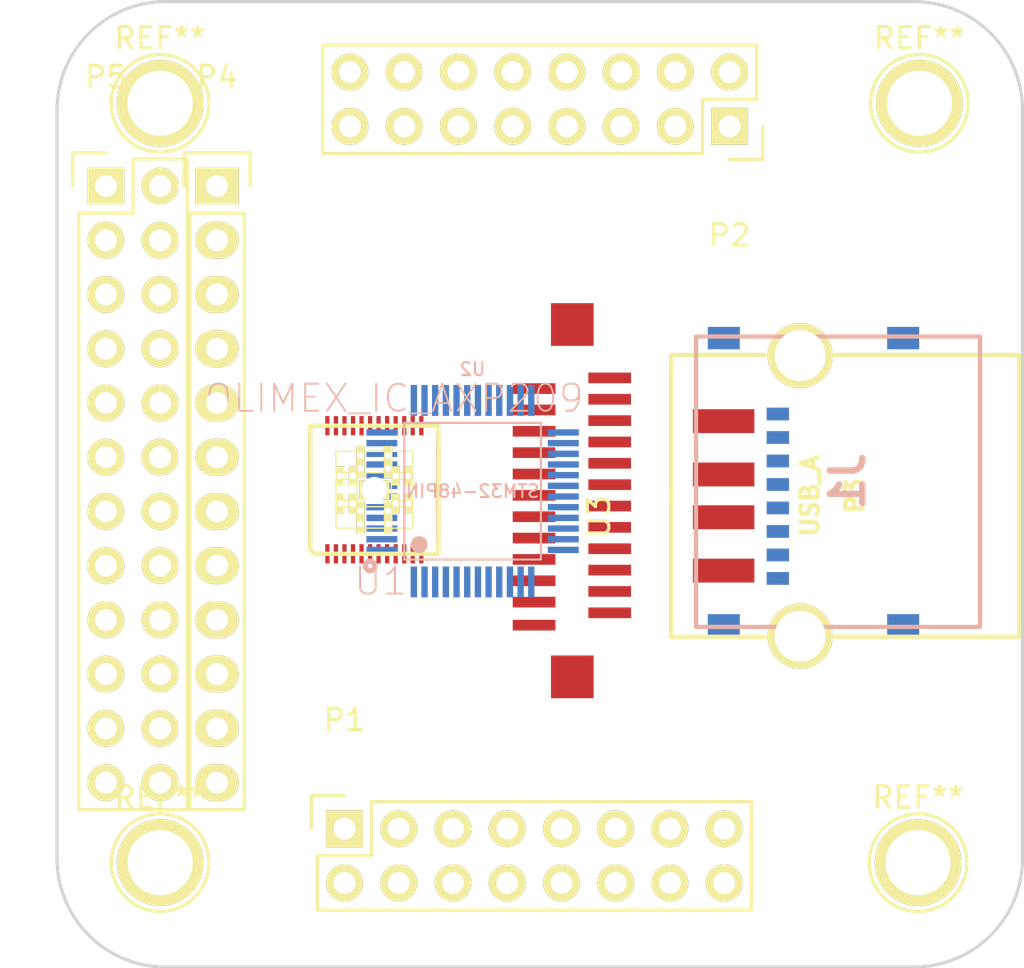
<source format=kicad_pcb>
(kicad_pcb (version 4) (host pcbnew 4.0.0-rc1-stable)

  (general
    (links 1)
    (no_connects 1)
    (area 124.384999 79.172999 169.747001 124.535001)
    (thickness 1.6)
    (drawings 8)
    (tracks 0)
    (zones 0)
    (modules 13)
    (nets 206)
  )

  (page A4)
  (layers
    (0 F.Cu signal)
    (31 B.Cu signal)
    (32 B.Adhes user)
    (33 F.Adhes user)
    (34 B.Paste user)
    (35 F.Paste user)
    (36 B.SilkS user)
    (37 F.SilkS user)
    (38 B.Mask user)
    (39 F.Mask user)
    (40 Dwgs.User user)
    (41 Cmts.User user)
    (42 Eco1.User user)
    (43 Eco2.User user)
    (44 Edge.Cuts user)
    (45 Margin user)
    (46 B.CrtYd user)
    (47 F.CrtYd user)
    (48 B.Fab user)
    (49 F.Fab user)
  )

  (setup
    (last_trace_width 0.25)
    (trace_clearance 0.2)
    (zone_clearance 0.508)
    (zone_45_only no)
    (trace_min 0.2)
    (segment_width 0.2)
    (edge_width 0.15)
    (via_size 0.6)
    (via_drill 0.4)
    (via_min_size 0.4)
    (via_min_drill 0.3)
    (uvia_size 0.3)
    (uvia_drill 0.1)
    (uvias_allowed no)
    (uvia_min_size 0.2)
    (uvia_min_drill 0.1)
    (pcb_text_width 0.3)
    (pcb_text_size 1.5 1.5)
    (mod_edge_width 0.15)
    (mod_text_size 1 1)
    (mod_text_width 0.15)
    (pad_size 1.524 1.524)
    (pad_drill 0.762)
    (pad_to_mask_clearance 0.2)
    (aux_axis_origin 0 0)
    (visible_elements FFFFFF7F)
    (pcbplotparams
      (layerselection 0x00030_80000001)
      (usegerberextensions false)
      (excludeedgelayer true)
      (linewidth 0.100000)
      (plotframeref false)
      (viasonmask false)
      (mode 1)
      (useauxorigin false)
      (hpglpennumber 1)
      (hpglpenspeed 20)
      (hpglpendiameter 15)
      (hpglpenoverlay 2)
      (psnegative false)
      (psa4output false)
      (plotreference true)
      (plotvalue true)
      (plotinvisibletext false)
      (padsonsilk false)
      (subtractmaskfromsilk false)
      (outputformat 1)
      (mirror false)
      (drillshape 1)
      (scaleselection 1)
      (outputdirectory ""))
  )

  (net 0 "")
  (net 1 "Net-(U1-Pad1)")
  (net 2 "Net-(U1-Pad2)")
  (net 3 "Net-(U1-Pad3)")
  (net 4 "Net-(U1-Pad4)")
  (net 5 "Net-(U1-Pad5)")
  (net 6 "Net-(U1-Pad6)")
  (net 7 "Net-(U1-Pad7)")
  (net 8 "Net-(U1-Pad8)")
  (net 9 "Net-(U1-Pad9)")
  (net 10 "Net-(U1-Pad10)")
  (net 11 "Net-(U1-Pad11)")
  (net 12 "Net-(U1-Pad12)")
  (net 13 "Net-(U1-Pad13)")
  (net 14 "Net-(U1-Pad14)")
  (net 15 "Net-(U1-Pad15)")
  (net 16 "Net-(U1-Pad16)")
  (net 17 "Net-(U1-Pad17)")
  (net 18 "Net-(U1-Pad18)")
  (net 19 "Net-(U1-Pad19)")
  (net 20 "Net-(U1-Pad20)")
  (net 21 "Net-(U1-Pad21)")
  (net 22 "Net-(U1-Pad22)")
  (net 23 "Net-(U1-Pad23)")
  (net 24 "Net-(U1-Pad24)")
  (net 25 "Net-(U1-Pad25)")
  (net 26 "Net-(U1-Pad26)")
  (net 27 "Net-(U1-Pad27)")
  (net 28 "Net-(U1-Pad28)")
  (net 29 "Net-(U1-Pad29)")
  (net 30 "Net-(U1-Pad30)")
  (net 31 "Net-(U1-Pad31)")
  (net 32 "Net-(U1-Pad32)")
  (net 33 "Net-(U1-Pad33)")
  (net 34 "Net-(U1-Pad34)")
  (net 35 "Net-(U1-Pad35)")
  (net 36 "Net-(U1-Pad36)")
  (net 37 "Net-(U1-Pad37)")
  (net 38 "Net-(U1-Pad38)")
  (net 39 "Net-(U1-Pad39)")
  (net 40 "Net-(U1-Pad40)")
  (net 41 "Net-(U1-Pad41)")
  (net 42 "Net-(U1-Pad42)")
  (net 43 "Net-(U1-Pad43)")
  (net 44 "Net-(U1-Pad44)")
  (net 45 "Net-(U1-Pad45)")
  (net 46 "Net-(U1-Pad46)")
  (net 47 "Net-(U1-Pad47)")
  (net 48 "Net-(U1-Pad48)")
  (net 49 "Net-(P1-Pad1)")
  (net 50 "Net-(P1-Pad2)")
  (net 51 "Net-(P1-Pad3)")
  (net 52 "Net-(P1-Pad4)")
  (net 53 "Net-(P1-Pad5)")
  (net 54 "Net-(P1-Pad6)")
  (net 55 "Net-(P1-Pad7)")
  (net 56 "Net-(P1-Pad8)")
  (net 57 "Net-(P1-Pad9)")
  (net 58 "Net-(P1-Pad10)")
  (net 59 "Net-(P1-Pad11)")
  (net 60 "Net-(P1-Pad12)")
  (net 61 "Net-(P1-Pad13)")
  (net 62 "Net-(P1-Pad14)")
  (net 63 "Net-(P1-Pad15)")
  (net 64 "Net-(P1-Pad16)")
  (net 65 "Net-(P2-Pad1)")
  (net 66 "Net-(P2-Pad2)")
  (net 67 "Net-(P2-Pad3)")
  (net 68 "Net-(P2-Pad4)")
  (net 69 "Net-(P2-Pad5)")
  (net 70 "Net-(P2-Pad6)")
  (net 71 "Net-(P2-Pad7)")
  (net 72 "Net-(P2-Pad8)")
  (net 73 "Net-(P2-Pad9)")
  (net 74 "Net-(P2-Pad10)")
  (net 75 "Net-(P2-Pad11)")
  (net 76 "Net-(P2-Pad12)")
  (net 77 "Net-(P2-Pad13)")
  (net 78 "Net-(P2-Pad14)")
  (net 79 "Net-(P2-Pad15)")
  (net 80 "Net-(P2-Pad16)")
  (net 81 "Net-(P3-Pad1)")
  (net 82 "Net-(P3-Pad2)")
  (net 83 "Net-(P3-Pad3)")
  (net 84 "Net-(P3-Pad4)")
  (net 85 "Net-(P3-Pad5)")
  (net 86 "Net-(J1-Pad1)")
  (net 87 "Net-(J1-Pad2)")
  (net 88 "Net-(J1-Pad3)")
  (net 89 "Net-(J1-Pad4)")
  (net 90 "Net-(J1-Pad5)")
  (net 91 "Net-(J1-Pad6)")
  (net 92 "Net-(J1-Pad7)")
  (net 93 "Net-(J1-Pad8)")
  (net 94 "Net-(J1-Pad12)")
  (net 95 "Net-(J1-Pad9)")
  (net 96 "Net-(J1-Pad11)")
  (net 97 "Net-(J1-Pad10)")
  (net 98 "Net-(P4-Pad1)")
  (net 99 "Net-(P4-Pad2)")
  (net 100 "Net-(P4-Pad3)")
  (net 101 "Net-(P4-Pad4)")
  (net 102 "Net-(P4-Pad5)")
  (net 103 "Net-(P4-Pad6)")
  (net 104 "Net-(P4-Pad7)")
  (net 105 "Net-(P4-Pad8)")
  (net 106 "Net-(P4-Pad9)")
  (net 107 "Net-(P4-Pad10)")
  (net 108 "Net-(P4-Pad11)")
  (net 109 "Net-(P4-Pad12)")
  (net 110 "Net-(P5-Pad1)")
  (net 111 "Net-(P5-Pad2)")
  (net 112 "Net-(P5-Pad3)")
  (net 113 "Net-(P5-Pad4)")
  (net 114 "Net-(P5-Pad5)")
  (net 115 "Net-(P5-Pad6)")
  (net 116 "Net-(P5-Pad7)")
  (net 117 "Net-(P5-Pad8)")
  (net 118 "Net-(P5-Pad9)")
  (net 119 "Net-(P5-Pad10)")
  (net 120 "Net-(P5-Pad11)")
  (net 121 "Net-(P5-Pad12)")
  (net 122 "Net-(P5-Pad13)")
  (net 123 "Net-(P5-Pad14)")
  (net 124 "Net-(P5-Pad15)")
  (net 125 "Net-(P5-Pad16)")
  (net 126 "Net-(P5-Pad17)")
  (net 127 "Net-(P5-Pad18)")
  (net 128 "Net-(P5-Pad19)")
  (net 129 "Net-(P5-Pad20)")
  (net 130 "Net-(P5-Pad21)")
  (net 131 "Net-(P5-Pad22)")
  (net 132 "Net-(P5-Pad23)")
  (net 133 "Net-(P5-Pad24)")
  (net 134 "Net-(U2-Pad1)")
  (net 135 "Net-(U2-Pad2)")
  (net 136 "Net-(U2-Pad3)")
  (net 137 "Net-(U2-Pad4)")
  (net 138 "Net-(U2-Pad5)")
  (net 139 "Net-(U2-Pad6)")
  (net 140 "Net-(U2-Pad7)")
  (net 141 "Net-(U2-Pad8)")
  (net 142 "Net-(U2-Pad9)")
  (net 143 "Net-(U2-Pad10)")
  (net 144 "Net-(U2-Pad11)")
  (net 145 "Net-(U2-Pad12)")
  (net 146 "Net-(U2-Pad13)")
  (net 147 "Net-(U2-Pad14)")
  (net 148 "Net-(U2-Pad15)")
  (net 149 "Net-(U2-Pad16)")
  (net 150 "Net-(U2-Pad17)")
  (net 151 "Net-(U2-Pad18)")
  (net 152 "Net-(U2-Pad19)")
  (net 153 "Net-(U2-Pad20)")
  (net 154 "Net-(U2-Pad21)")
  (net 155 "Net-(U2-Pad22)")
  (net 156 "Net-(U2-Pad23)")
  (net 157 "Net-(U2-Pad24)")
  (net 158 "Net-(U2-Pad25)")
  (net 159 "Net-(U2-Pad26)")
  (net 160 "Net-(U2-Pad27)")
  (net 161 "Net-(U2-Pad28)")
  (net 162 "Net-(U2-Pad29)")
  (net 163 "Net-(U2-Pad30)")
  (net 164 "Net-(U2-Pad31)")
  (net 165 "Net-(U2-Pad32)")
  (net 166 "Net-(U2-Pad33)")
  (net 167 "Net-(U2-Pad34)")
  (net 168 "Net-(U2-Pad35)")
  (net 169 "Net-(U2-Pad36)")
  (net 170 "Net-(U2-Pad37)")
  (net 171 "Net-(U2-Pad38)")
  (net 172 "Net-(U2-Pad39)")
  (net 173 "Net-(U2-Pad40)")
  (net 174 "Net-(U2-Pad41)")
  (net 175 "Net-(U2-Pad42)")
  (net 176 "Net-(U2-Pad43)")
  (net 177 "Net-(U2-Pad44)")
  (net 178 "Net-(U2-Pad45)")
  (net 179 "Net-(U2-Pad46)")
  (net 180 "Net-(U2-Pad47)")
  (net 181 "Net-(U2-Pad48)")
  (net 182 "Net-(U3-Pad1)")
  (net 183 "Net-(U3-Pad3)")
  (net 184 "Net-(U3-Pad5)")
  (net 185 "Net-(U3-Pad7)")
  (net 186 "Net-(U3-Pad9)")
  (net 187 "Net-(U3-Pad11)")
  (net 188 "Net-(U3-Pad13)")
  (net 189 "Net-(U3-Pad15)")
  (net 190 "Net-(U3-Pad17)")
  (net 191 "Net-(U3-Pad19)")
  (net 192 "Net-(U3-Pad21)")
  (net 193 "Net-(U3-Pad23)")
  (net 194 "Net-(U3-Pad2)")
  (net 195 "Net-(U3-Pad4)")
  (net 196 "Net-(U3-Pad6)")
  (net 197 "Net-(U3-Pad8)")
  (net 198 "Net-(U3-Pad10)")
  (net 199 "Net-(U3-Pad12)")
  (net 200 "Net-(U3-Pad14)")
  (net 201 "Net-(U3-Pad16)")
  (net 202 "Net-(U3-Pad18)")
  (net 203 "Net-(U3-Pad20)")
  (net 204 "Net-(U3-Pad22)")
  (net 205 "Net-(U3-Pad24)")

  (net_class Default "This is the default net class."
    (clearance 0.2)
    (trace_width 0.25)
    (via_dia 0.6)
    (via_drill 0.4)
    (uvia_dia 0.3)
    (uvia_drill 0.1)
    (add_net "Net-(J1-Pad1)")
    (add_net "Net-(J1-Pad10)")
    (add_net "Net-(J1-Pad11)")
    (add_net "Net-(J1-Pad12)")
    (add_net "Net-(J1-Pad2)")
    (add_net "Net-(J1-Pad3)")
    (add_net "Net-(J1-Pad4)")
    (add_net "Net-(J1-Pad5)")
    (add_net "Net-(J1-Pad6)")
    (add_net "Net-(J1-Pad7)")
    (add_net "Net-(J1-Pad8)")
    (add_net "Net-(J1-Pad9)")
    (add_net "Net-(P1-Pad1)")
    (add_net "Net-(P1-Pad10)")
    (add_net "Net-(P1-Pad11)")
    (add_net "Net-(P1-Pad12)")
    (add_net "Net-(P1-Pad13)")
    (add_net "Net-(P1-Pad14)")
    (add_net "Net-(P1-Pad15)")
    (add_net "Net-(P1-Pad16)")
    (add_net "Net-(P1-Pad2)")
    (add_net "Net-(P1-Pad3)")
    (add_net "Net-(P1-Pad4)")
    (add_net "Net-(P1-Pad5)")
    (add_net "Net-(P1-Pad6)")
    (add_net "Net-(P1-Pad7)")
    (add_net "Net-(P1-Pad8)")
    (add_net "Net-(P1-Pad9)")
    (add_net "Net-(P2-Pad1)")
    (add_net "Net-(P2-Pad10)")
    (add_net "Net-(P2-Pad11)")
    (add_net "Net-(P2-Pad12)")
    (add_net "Net-(P2-Pad13)")
    (add_net "Net-(P2-Pad14)")
    (add_net "Net-(P2-Pad15)")
    (add_net "Net-(P2-Pad16)")
    (add_net "Net-(P2-Pad2)")
    (add_net "Net-(P2-Pad3)")
    (add_net "Net-(P2-Pad4)")
    (add_net "Net-(P2-Pad5)")
    (add_net "Net-(P2-Pad6)")
    (add_net "Net-(P2-Pad7)")
    (add_net "Net-(P2-Pad8)")
    (add_net "Net-(P2-Pad9)")
    (add_net "Net-(P3-Pad1)")
    (add_net "Net-(P3-Pad2)")
    (add_net "Net-(P3-Pad3)")
    (add_net "Net-(P3-Pad4)")
    (add_net "Net-(P3-Pad5)")
    (add_net "Net-(P4-Pad1)")
    (add_net "Net-(P4-Pad10)")
    (add_net "Net-(P4-Pad11)")
    (add_net "Net-(P4-Pad12)")
    (add_net "Net-(P4-Pad2)")
    (add_net "Net-(P4-Pad3)")
    (add_net "Net-(P4-Pad4)")
    (add_net "Net-(P4-Pad5)")
    (add_net "Net-(P4-Pad6)")
    (add_net "Net-(P4-Pad7)")
    (add_net "Net-(P4-Pad8)")
    (add_net "Net-(P4-Pad9)")
    (add_net "Net-(P5-Pad1)")
    (add_net "Net-(P5-Pad10)")
    (add_net "Net-(P5-Pad11)")
    (add_net "Net-(P5-Pad12)")
    (add_net "Net-(P5-Pad13)")
    (add_net "Net-(P5-Pad14)")
    (add_net "Net-(P5-Pad15)")
    (add_net "Net-(P5-Pad16)")
    (add_net "Net-(P5-Pad17)")
    (add_net "Net-(P5-Pad18)")
    (add_net "Net-(P5-Pad19)")
    (add_net "Net-(P5-Pad2)")
    (add_net "Net-(P5-Pad20)")
    (add_net "Net-(P5-Pad21)")
    (add_net "Net-(P5-Pad22)")
    (add_net "Net-(P5-Pad23)")
    (add_net "Net-(P5-Pad24)")
    (add_net "Net-(P5-Pad3)")
    (add_net "Net-(P5-Pad4)")
    (add_net "Net-(P5-Pad5)")
    (add_net "Net-(P5-Pad6)")
    (add_net "Net-(P5-Pad7)")
    (add_net "Net-(P5-Pad8)")
    (add_net "Net-(P5-Pad9)")
    (add_net "Net-(U1-Pad1)")
    (add_net "Net-(U1-Pad10)")
    (add_net "Net-(U1-Pad11)")
    (add_net "Net-(U1-Pad12)")
    (add_net "Net-(U1-Pad13)")
    (add_net "Net-(U1-Pad14)")
    (add_net "Net-(U1-Pad15)")
    (add_net "Net-(U1-Pad16)")
    (add_net "Net-(U1-Pad17)")
    (add_net "Net-(U1-Pad18)")
    (add_net "Net-(U1-Pad19)")
    (add_net "Net-(U1-Pad2)")
    (add_net "Net-(U1-Pad20)")
    (add_net "Net-(U1-Pad21)")
    (add_net "Net-(U1-Pad22)")
    (add_net "Net-(U1-Pad23)")
    (add_net "Net-(U1-Pad24)")
    (add_net "Net-(U1-Pad25)")
    (add_net "Net-(U1-Pad26)")
    (add_net "Net-(U1-Pad27)")
    (add_net "Net-(U1-Pad28)")
    (add_net "Net-(U1-Pad29)")
    (add_net "Net-(U1-Pad3)")
    (add_net "Net-(U1-Pad30)")
    (add_net "Net-(U1-Pad31)")
    (add_net "Net-(U1-Pad32)")
    (add_net "Net-(U1-Pad33)")
    (add_net "Net-(U1-Pad34)")
    (add_net "Net-(U1-Pad35)")
    (add_net "Net-(U1-Pad36)")
    (add_net "Net-(U1-Pad37)")
    (add_net "Net-(U1-Pad38)")
    (add_net "Net-(U1-Pad39)")
    (add_net "Net-(U1-Pad4)")
    (add_net "Net-(U1-Pad40)")
    (add_net "Net-(U1-Pad41)")
    (add_net "Net-(U1-Pad42)")
    (add_net "Net-(U1-Pad43)")
    (add_net "Net-(U1-Pad44)")
    (add_net "Net-(U1-Pad45)")
    (add_net "Net-(U1-Pad46)")
    (add_net "Net-(U1-Pad47)")
    (add_net "Net-(U1-Pad48)")
    (add_net "Net-(U1-Pad5)")
    (add_net "Net-(U1-Pad6)")
    (add_net "Net-(U1-Pad7)")
    (add_net "Net-(U1-Pad8)")
    (add_net "Net-(U1-Pad9)")
    (add_net "Net-(U2-Pad1)")
    (add_net "Net-(U2-Pad10)")
    (add_net "Net-(U2-Pad11)")
    (add_net "Net-(U2-Pad12)")
    (add_net "Net-(U2-Pad13)")
    (add_net "Net-(U2-Pad14)")
    (add_net "Net-(U2-Pad15)")
    (add_net "Net-(U2-Pad16)")
    (add_net "Net-(U2-Pad17)")
    (add_net "Net-(U2-Pad18)")
    (add_net "Net-(U2-Pad19)")
    (add_net "Net-(U2-Pad2)")
    (add_net "Net-(U2-Pad20)")
    (add_net "Net-(U2-Pad21)")
    (add_net "Net-(U2-Pad22)")
    (add_net "Net-(U2-Pad23)")
    (add_net "Net-(U2-Pad24)")
    (add_net "Net-(U2-Pad25)")
    (add_net "Net-(U2-Pad26)")
    (add_net "Net-(U2-Pad27)")
    (add_net "Net-(U2-Pad28)")
    (add_net "Net-(U2-Pad29)")
    (add_net "Net-(U2-Pad3)")
    (add_net "Net-(U2-Pad30)")
    (add_net "Net-(U2-Pad31)")
    (add_net "Net-(U2-Pad32)")
    (add_net "Net-(U2-Pad33)")
    (add_net "Net-(U2-Pad34)")
    (add_net "Net-(U2-Pad35)")
    (add_net "Net-(U2-Pad36)")
    (add_net "Net-(U2-Pad37)")
    (add_net "Net-(U2-Pad38)")
    (add_net "Net-(U2-Pad39)")
    (add_net "Net-(U2-Pad4)")
    (add_net "Net-(U2-Pad40)")
    (add_net "Net-(U2-Pad41)")
    (add_net "Net-(U2-Pad42)")
    (add_net "Net-(U2-Pad43)")
    (add_net "Net-(U2-Pad44)")
    (add_net "Net-(U2-Pad45)")
    (add_net "Net-(U2-Pad46)")
    (add_net "Net-(U2-Pad47)")
    (add_net "Net-(U2-Pad48)")
    (add_net "Net-(U2-Pad5)")
    (add_net "Net-(U2-Pad6)")
    (add_net "Net-(U2-Pad7)")
    (add_net "Net-(U2-Pad8)")
    (add_net "Net-(U2-Pad9)")
    (add_net "Net-(U3-Pad1)")
    (add_net "Net-(U3-Pad10)")
    (add_net "Net-(U3-Pad11)")
    (add_net "Net-(U3-Pad12)")
    (add_net "Net-(U3-Pad13)")
    (add_net "Net-(U3-Pad14)")
    (add_net "Net-(U3-Pad15)")
    (add_net "Net-(U3-Pad16)")
    (add_net "Net-(U3-Pad17)")
    (add_net "Net-(U3-Pad18)")
    (add_net "Net-(U3-Pad19)")
    (add_net "Net-(U3-Pad2)")
    (add_net "Net-(U3-Pad20)")
    (add_net "Net-(U3-Pad21)")
    (add_net "Net-(U3-Pad22)")
    (add_net "Net-(U3-Pad23)")
    (add_net "Net-(U3-Pad24)")
    (add_net "Net-(U3-Pad3)")
    (add_net "Net-(U3-Pad4)")
    (add_net "Net-(U3-Pad5)")
    (add_net "Net-(U3-Pad6)")
    (add_net "Net-(U3-Pad7)")
    (add_net "Net-(U3-Pad8)")
    (add_net "Net-(U3-Pad9)")
  )

  (module Pin_Headers:Pin_Header_Straight_2x12 (layer F.Cu) (tedit 0) (tstamp 562C6237)
    (at 126.746 87.884)
    (descr "Through hole pin header")
    (tags "pin header")
    (path /562C6235)
    (fp_text reference P5 (at 0 -5.1) (layer F.SilkS)
      (effects (font (size 1 1) (thickness 0.15)))
    )
    (fp_text value CONN_02X12 (at 0 -3.1) (layer F.Fab)
      (effects (font (size 1 1) (thickness 0.15)))
    )
    (fp_line (start -1.75 -1.75) (end -1.75 29.7) (layer F.CrtYd) (width 0.05))
    (fp_line (start 4.3 -1.75) (end 4.3 29.7) (layer F.CrtYd) (width 0.05))
    (fp_line (start -1.75 -1.75) (end 4.3 -1.75) (layer F.CrtYd) (width 0.05))
    (fp_line (start -1.75 29.7) (end 4.3 29.7) (layer F.CrtYd) (width 0.05))
    (fp_line (start 3.81 29.21) (end 3.81 -1.27) (layer F.SilkS) (width 0.15))
    (fp_line (start -1.27 1.27) (end -1.27 29.21) (layer F.SilkS) (width 0.15))
    (fp_line (start 3.81 29.21) (end -1.27 29.21) (layer F.SilkS) (width 0.15))
    (fp_line (start 3.81 -1.27) (end 1.27 -1.27) (layer F.SilkS) (width 0.15))
    (fp_line (start 0 -1.55) (end -1.55 -1.55) (layer F.SilkS) (width 0.15))
    (fp_line (start 1.27 -1.27) (end 1.27 1.27) (layer F.SilkS) (width 0.15))
    (fp_line (start 1.27 1.27) (end -1.27 1.27) (layer F.SilkS) (width 0.15))
    (fp_line (start -1.55 -1.55) (end -1.55 0) (layer F.SilkS) (width 0.15))
    (pad 1 thru_hole rect (at 0 0) (size 1.7272 1.7272) (drill 1.016) (layers *.Cu *.Mask F.SilkS)
      (net 110 "Net-(P5-Pad1)"))
    (pad 2 thru_hole oval (at 2.54 0) (size 1.7272 1.7272) (drill 1.016) (layers *.Cu *.Mask F.SilkS)
      (net 111 "Net-(P5-Pad2)"))
    (pad 3 thru_hole oval (at 0 2.54) (size 1.7272 1.7272) (drill 1.016) (layers *.Cu *.Mask F.SilkS)
      (net 112 "Net-(P5-Pad3)"))
    (pad 4 thru_hole oval (at 2.54 2.54) (size 1.7272 1.7272) (drill 1.016) (layers *.Cu *.Mask F.SilkS)
      (net 113 "Net-(P5-Pad4)"))
    (pad 5 thru_hole oval (at 0 5.08) (size 1.7272 1.7272) (drill 1.016) (layers *.Cu *.Mask F.SilkS)
      (net 114 "Net-(P5-Pad5)"))
    (pad 6 thru_hole oval (at 2.54 5.08) (size 1.7272 1.7272) (drill 1.016) (layers *.Cu *.Mask F.SilkS)
      (net 115 "Net-(P5-Pad6)"))
    (pad 7 thru_hole oval (at 0 7.62) (size 1.7272 1.7272) (drill 1.016) (layers *.Cu *.Mask F.SilkS)
      (net 116 "Net-(P5-Pad7)"))
    (pad 8 thru_hole oval (at 2.54 7.62) (size 1.7272 1.7272) (drill 1.016) (layers *.Cu *.Mask F.SilkS)
      (net 117 "Net-(P5-Pad8)"))
    (pad 9 thru_hole oval (at 0 10.16) (size 1.7272 1.7272) (drill 1.016) (layers *.Cu *.Mask F.SilkS)
      (net 118 "Net-(P5-Pad9)"))
    (pad 10 thru_hole oval (at 2.54 10.16) (size 1.7272 1.7272) (drill 1.016) (layers *.Cu *.Mask F.SilkS)
      (net 119 "Net-(P5-Pad10)"))
    (pad 11 thru_hole oval (at 0 12.7) (size 1.7272 1.7272) (drill 1.016) (layers *.Cu *.Mask F.SilkS)
      (net 120 "Net-(P5-Pad11)"))
    (pad 12 thru_hole oval (at 2.54 12.7) (size 1.7272 1.7272) (drill 1.016) (layers *.Cu *.Mask F.SilkS)
      (net 121 "Net-(P5-Pad12)"))
    (pad 13 thru_hole oval (at 0 15.24) (size 1.7272 1.7272) (drill 1.016) (layers *.Cu *.Mask F.SilkS)
      (net 122 "Net-(P5-Pad13)"))
    (pad 14 thru_hole oval (at 2.54 15.24) (size 1.7272 1.7272) (drill 1.016) (layers *.Cu *.Mask F.SilkS)
      (net 123 "Net-(P5-Pad14)"))
    (pad 15 thru_hole oval (at 0 17.78) (size 1.7272 1.7272) (drill 1.016) (layers *.Cu *.Mask F.SilkS)
      (net 124 "Net-(P5-Pad15)"))
    (pad 16 thru_hole oval (at 2.54 17.78) (size 1.7272 1.7272) (drill 1.016) (layers *.Cu *.Mask F.SilkS)
      (net 125 "Net-(P5-Pad16)"))
    (pad 17 thru_hole oval (at 0 20.32) (size 1.7272 1.7272) (drill 1.016) (layers *.Cu *.Mask F.SilkS)
      (net 126 "Net-(P5-Pad17)"))
    (pad 18 thru_hole oval (at 2.54 20.32) (size 1.7272 1.7272) (drill 1.016) (layers *.Cu *.Mask F.SilkS)
      (net 127 "Net-(P5-Pad18)"))
    (pad 19 thru_hole oval (at 0 22.86) (size 1.7272 1.7272) (drill 1.016) (layers *.Cu *.Mask F.SilkS)
      (net 128 "Net-(P5-Pad19)"))
    (pad 20 thru_hole oval (at 2.54 22.86) (size 1.7272 1.7272) (drill 1.016) (layers *.Cu *.Mask F.SilkS)
      (net 129 "Net-(P5-Pad20)"))
    (pad 21 thru_hole oval (at 0 25.4) (size 1.7272 1.7272) (drill 1.016) (layers *.Cu *.Mask F.SilkS)
      (net 130 "Net-(P5-Pad21)"))
    (pad 22 thru_hole oval (at 2.54 25.4) (size 1.7272 1.7272) (drill 1.016) (layers *.Cu *.Mask F.SilkS)
      (net 131 "Net-(P5-Pad22)"))
    (pad 23 thru_hole oval (at 0 27.94) (size 1.7272 1.7272) (drill 1.016) (layers *.Cu *.Mask F.SilkS)
      (net 132 "Net-(P5-Pad23)"))
    (pad 24 thru_hole oval (at 2.54 27.94) (size 1.7272 1.7272) (drill 1.016) (layers *.Cu *.Mask F.SilkS)
      (net 133 "Net-(P5-Pad24)"))
    (model Pin_Headers.3dshapes/Pin_Header_Straight_2x12.wrl
      (at (xyz 0.05 -0.55 0))
      (scale (xyz 1 1 1))
      (rotate (xyz 0 0 90))
    )
  )

  (module Connect:1pin (layer F.Cu) (tedit 0) (tstamp 562C551D)
    (at 129.286 119.5705)
    (descr "module 1 pin (ou trou mecanique de percage)")
    (tags DEV)
    (fp_text reference REF** (at 0 -3.048) (layer F.SilkS)
      (effects (font (size 1 1) (thickness 0.15)))
    )
    (fp_text value 1pin (at 0 2.794) (layer F.Fab)
      (effects (font (size 1 1) (thickness 0.15)))
    )
    (fp_circle (center 0 0) (end 0 -2.286) (layer F.SilkS) (width 0.15))
    (pad 1 thru_hole circle (at 0 0) (size 4.064 4.064) (drill 3.048) (layers *.Cu *.Mask F.SilkS))
  )

  (module ax209:ax209-OLIMEX_IC_QFN48 (layer F.Cu) (tedit 200000) (tstamp 562BA4A0)
    (at 139.319 102.108)
    (path /562BA3CE)
    (attr smd)
    (fp_text reference U1 (at 0.29972 4.2799) (layer B.SilkS)
      (effects (font (size 1.27 1.27) (thickness 0.0889)))
    )
    (fp_text value OLIMEX_IC_AXP209 (at 0.93472 -4.2799) (layer B.SilkS)
      (effects (font (size 1.27 1.27) (thickness 0.0889)))
    )
    (fp_line (start -1.79832 0.49784) (end -0.79756 0.49784) (layer F.SilkS) (width 0.06604))
    (fp_line (start -0.79756 0.49784) (end -0.79756 -0.49784) (layer F.SilkS) (width 0.06604))
    (fp_line (start -1.79832 -0.49784) (end -0.79756 -0.49784) (layer F.SilkS) (width 0.06604))
    (fp_line (start -1.79832 0.49784) (end -1.79832 -0.49784) (layer F.SilkS) (width 0.06604))
    (fp_line (start -0.49784 1.79832) (end 0.49784 1.79832) (layer F.SilkS) (width 0.06604))
    (fp_line (start 0.49784 1.79832) (end 0.49784 0.79756) (layer F.SilkS) (width 0.06604))
    (fp_line (start -0.49784 0.79756) (end 0.49784 0.79756) (layer F.SilkS) (width 0.06604))
    (fp_line (start -0.49784 1.79832) (end -0.49784 0.79756) (layer F.SilkS) (width 0.06604))
    (fp_line (start -1.79832 1.79832) (end -0.79756 1.79832) (layer F.SilkS) (width 0.06604))
    (fp_line (start -0.79756 1.79832) (end -0.79756 0.79756) (layer F.SilkS) (width 0.06604))
    (fp_line (start -1.79832 0.79756) (end -0.79756 0.79756) (layer F.SilkS) (width 0.06604))
    (fp_line (start -1.79832 1.79832) (end -1.79832 0.79756) (layer F.SilkS) (width 0.06604))
    (fp_line (start 0.79756 1.79832) (end 1.79832 1.79832) (layer F.SilkS) (width 0.06604))
    (fp_line (start 1.79832 1.79832) (end 1.79832 0.79756) (layer F.SilkS) (width 0.06604))
    (fp_line (start 0.79756 0.79756) (end 1.79832 0.79756) (layer F.SilkS) (width 0.06604))
    (fp_line (start 0.79756 1.79832) (end 0.79756 0.79756) (layer F.SilkS) (width 0.06604))
    (fp_line (start 0.79756 0.49784) (end 1.79832 0.49784) (layer F.SilkS) (width 0.06604))
    (fp_line (start 1.79832 0.49784) (end 1.79832 -0.49784) (layer F.SilkS) (width 0.06604))
    (fp_line (start 0.79756 -0.49784) (end 1.79832 -0.49784) (layer F.SilkS) (width 0.06604))
    (fp_line (start 0.79756 0.49784) (end 0.79756 -0.49784) (layer F.SilkS) (width 0.06604))
    (fp_line (start -1.79832 -0.79756) (end -0.79756 -0.79756) (layer F.SilkS) (width 0.06604))
    (fp_line (start -0.79756 -0.79756) (end -0.79756 -1.79832) (layer F.SilkS) (width 0.06604))
    (fp_line (start -1.79832 -1.79832) (end -0.79756 -1.79832) (layer F.SilkS) (width 0.06604))
    (fp_line (start -1.79832 -0.79756) (end -1.79832 -1.79832) (layer F.SilkS) (width 0.06604))
    (fp_line (start -0.49784 -0.79756) (end 0.49784 -0.79756) (layer F.SilkS) (width 0.06604))
    (fp_line (start 0.49784 -0.79756) (end 0.49784 -1.79832) (layer F.SilkS) (width 0.06604))
    (fp_line (start -0.49784 -1.79832) (end 0.49784 -1.79832) (layer F.SilkS) (width 0.06604))
    (fp_line (start -0.49784 -0.79756) (end -0.49784 -1.79832) (layer F.SilkS) (width 0.06604))
    (fp_line (start 0.79756 -0.79756) (end 1.79832 -0.79756) (layer F.SilkS) (width 0.06604))
    (fp_line (start 1.79832 -0.79756) (end 1.79832 -1.79832) (layer F.SilkS) (width 0.06604))
    (fp_line (start 0.79756 -1.79832) (end 1.79832 -1.79832) (layer F.SilkS) (width 0.06604))
    (fp_line (start 0.79756 -0.79756) (end 0.79756 -1.79832) (layer F.SilkS) (width 0.06604))
    (fp_line (start -2.99974 -2.99974) (end -2.52476 -2.99974) (layer F.SilkS) (width 0.2032))
    (fp_line (start -2.52476 -2.99974) (end 2.52476 -2.99974) (layer F.SilkS) (width 0.2032))
    (fp_line (start 2.52476 -2.99974) (end 2.99974 -2.99974) (layer F.SilkS) (width 0.2032))
    (fp_line (start 2.99974 -2.99974) (end 2.99974 -2.52476) (layer F.SilkS) (width 0.2032))
    (fp_line (start 2.99974 -2.52476) (end 2.99974 2.52476) (layer F.SilkS) (width 0.2032))
    (fp_line (start 2.99974 2.52476) (end 2.99974 2.99974) (layer F.SilkS) (width 0.2032))
    (fp_line (start 2.99974 2.99974) (end 2.52476 2.99974) (layer F.SilkS) (width 0.2032))
    (fp_line (start 2.52476 2.99974) (end -2.52476 2.99974) (layer F.SilkS) (width 0.2032))
    (fp_line (start -2.52476 2.99974) (end -2.79908 2.99974) (layer F.SilkS) (width 0.2032))
    (fp_line (start -2.79908 2.99974) (end -2.99974 2.79908) (layer F.SilkS) (width 0.2032))
    (fp_line (start -2.99974 2.79908) (end -2.99974 2.52476) (layer F.SilkS) (width 0.2032))
    (fp_line (start -2.99974 2.52476) (end -2.99974 -2.52476) (layer F.SilkS) (width 0.2032))
    (fp_line (start -2.99974 -2.52476) (end -2.99974 -2.99974) (layer F.SilkS) (width 0.2032))
    (pad 1 smd rect (at -2.19964 2.99974) (size 0.19812 0.89916) (layers F.Cu F.Paste F.Mask)
      (net 1 "Net-(U1-Pad1)"))
    (pad 2 smd rect (at -1.79832 2.99974) (size 0.19812 0.89916) (layers F.Cu F.Paste F.Mask)
      (net 2 "Net-(U1-Pad2)"))
    (pad 3 smd rect (at -1.39954 2.99974) (size 0.19812 0.89916) (layers F.Cu F.Paste F.Mask)
      (net 3 "Net-(U1-Pad3)"))
    (pad 4 smd rect (at -0.99822 2.99974) (size 0.19812 0.89916) (layers F.Cu F.Paste F.Mask)
      (net 4 "Net-(U1-Pad4)"))
    (pad 5 smd rect (at -0.59944 2.99974) (size 0.19812 0.89916) (layers F.Cu F.Paste F.Mask)
      (net 5 "Net-(U1-Pad5)"))
    (pad 6 smd rect (at -0.19812 2.99974) (size 0.19812 0.89916) (layers F.Cu F.Paste F.Mask)
      (net 6 "Net-(U1-Pad6)"))
    (pad 7 smd rect (at 0.19812 2.99974) (size 0.19812 0.89916) (layers F.Cu F.Paste F.Mask)
      (net 7 "Net-(U1-Pad7)"))
    (pad 8 smd rect (at 0.59944 2.99974) (size 0.19812 0.89916) (layers F.Cu F.Paste F.Mask)
      (net 8 "Net-(U1-Pad8)"))
    (pad 9 smd rect (at 0.99822 2.99974) (size 0.19812 0.89916) (layers F.Cu F.Paste F.Mask)
      (net 9 "Net-(U1-Pad9)"))
    (pad 10 smd rect (at 1.39954 2.99974) (size 0.19812 0.89916) (layers F.Cu F.Paste F.Mask)
      (net 10 "Net-(U1-Pad10)"))
    (pad 11 smd rect (at 1.79832 2.99974) (size 0.19812 0.89916) (layers F.Cu F.Paste F.Mask)
      (net 11 "Net-(U1-Pad11)"))
    (pad 12 smd rect (at 2.19964 2.99974) (size 0.19812 0.89916) (layers F.Cu F.Paste F.Mask)
      (net 12 "Net-(U1-Pad12)"))
    (pad 13 smd rect (at 2.99974 2.19964) (size 0.19812 0.89916) (layers F.Cu F.Paste F.Mask)
      (net 13 "Net-(U1-Pad13)"))
    (pad 14 smd rect (at 2.99974 1.79832) (size 0.19812 0.89916) (layers F.Cu F.Paste F.Mask)
      (net 14 "Net-(U1-Pad14)"))
    (pad 15 smd rect (at 2.99974 1.39954) (size 0.19812 0.89916) (layers F.Cu F.Paste F.Mask)
      (net 15 "Net-(U1-Pad15)"))
    (pad 16 smd rect (at 2.99974 0.99822) (size 0.19812 0.89916) (layers F.Cu F.Paste F.Mask)
      (net 16 "Net-(U1-Pad16)"))
    (pad 17 smd rect (at 2.99974 0.59944) (size 0.19812 0.89916) (layers F.Cu F.Paste F.Mask)
      (net 17 "Net-(U1-Pad17)"))
    (pad 18 smd rect (at 2.99974 0.19812) (size 0.19812 0.89916) (layers F.Cu F.Paste F.Mask)
      (net 18 "Net-(U1-Pad18)"))
    (pad 19 smd rect (at 2.99974 -0.19812) (size 0.19812 0.89916) (layers F.Cu F.Paste F.Mask)
      (net 19 "Net-(U1-Pad19)"))
    (pad 20 smd rect (at 2.99974 -0.59944) (size 0.19812 0.89916) (layers F.Cu F.Paste F.Mask)
      (net 20 "Net-(U1-Pad20)"))
    (pad 21 smd rect (at 2.99974 -0.99822) (size 0.19812 0.89916) (layers F.Cu F.Paste F.Mask)
      (net 21 "Net-(U1-Pad21)"))
    (pad 22 smd rect (at 2.99974 -1.39954) (size 0.19812 0.89916) (layers F.Cu F.Paste F.Mask)
      (net 22 "Net-(U1-Pad22)"))
    (pad 23 smd rect (at 2.99974 -1.79832) (size 0.19812 0.89916) (layers F.Cu F.Paste F.Mask)
      (net 23 "Net-(U1-Pad23)"))
    (pad 24 smd rect (at 2.99974 -2.19964) (size 0.19812 0.89916) (layers F.Cu F.Paste F.Mask)
      (net 24 "Net-(U1-Pad24)"))
    (pad 25 smd rect (at 2.19964 -2.99974) (size 0.19812 0.89916) (layers F.Cu F.Paste F.Mask)
      (net 25 "Net-(U1-Pad25)"))
    (pad 26 smd rect (at 1.79832 -2.99974) (size 0.19812 0.89916) (layers F.Cu F.Paste F.Mask)
      (net 26 "Net-(U1-Pad26)"))
    (pad 27 smd rect (at 1.39954 -2.99974) (size 0.19812 0.89916) (layers F.Cu F.Paste F.Mask)
      (net 27 "Net-(U1-Pad27)"))
    (pad 28 smd rect (at 0.99822 -2.99974) (size 0.19812 0.89916) (layers F.Cu F.Paste F.Mask)
      (net 28 "Net-(U1-Pad28)"))
    (pad 29 smd rect (at 0.59944 -2.99974) (size 0.19812 0.89916) (layers F.Cu F.Paste F.Mask)
      (net 29 "Net-(U1-Pad29)"))
    (pad 30 smd rect (at 0.19812 -2.99974) (size 0.19812 0.89916) (layers F.Cu F.Paste F.Mask)
      (net 30 "Net-(U1-Pad30)"))
    (pad 31 smd rect (at -0.19812 -2.99974) (size 0.19812 0.89916) (layers F.Cu F.Paste F.Mask)
      (net 31 "Net-(U1-Pad31)"))
    (pad 32 smd rect (at -0.59944 -2.99974) (size 0.19812 0.89916) (layers F.Cu F.Paste F.Mask)
      (net 32 "Net-(U1-Pad32)"))
    (pad 33 smd rect (at -0.99822 -2.99974) (size 0.19812 0.89916) (layers F.Cu F.Paste F.Mask)
      (net 33 "Net-(U1-Pad33)"))
    (pad 34 smd rect (at -1.39954 -2.99974) (size 0.19812 0.89916) (layers F.Cu F.Paste F.Mask)
      (net 34 "Net-(U1-Pad34)"))
    (pad 35 smd rect (at -1.79832 -2.99974) (size 0.19812 0.89916) (layers F.Cu F.Paste F.Mask)
      (net 35 "Net-(U1-Pad35)"))
    (pad 36 smd rect (at -2.19964 -2.99974) (size 0.19812 0.89916) (layers F.Cu F.Paste F.Mask)
      (net 36 "Net-(U1-Pad36)"))
    (pad 37 smd rect (at -2.99974 -2.19964) (size 0.19812 0.89916) (layers F.Cu F.Paste F.Mask)
      (net 37 "Net-(U1-Pad37)"))
    (pad 38 smd rect (at -2.99974 -1.79832) (size 0.19812 0.89916) (layers F.Cu F.Paste F.Mask)
      (net 38 "Net-(U1-Pad38)"))
    (pad 39 smd rect (at -2.99974 -1.39954) (size 0.19812 0.89916) (layers F.Cu F.Paste F.Mask)
      (net 39 "Net-(U1-Pad39)"))
    (pad 40 smd rect (at -2.99974 -0.99822) (size 0.19812 0.89916) (layers F.Cu F.Paste F.Mask)
      (net 40 "Net-(U1-Pad40)"))
    (pad 41 smd rect (at -2.99974 -0.59944) (size 0.19812 0.89916) (layers F.Cu F.Paste F.Mask)
      (net 41 "Net-(U1-Pad41)"))
    (pad 42 smd rect (at -2.99974 -0.19812) (size 0.19812 0.89916) (layers F.Cu F.Paste F.Mask)
      (net 42 "Net-(U1-Pad42)"))
    (pad 43 smd rect (at -2.99974 0.19812) (size 0.19812 0.89916) (layers F.Cu F.Paste F.Mask)
      (net 43 "Net-(U1-Pad43)"))
    (pad 44 smd rect (at -2.99974 0.59944) (size 0.19812 0.89916) (layers F.Cu F.Paste F.Mask)
      (net 44 "Net-(U1-Pad44)"))
    (pad 45 smd rect (at -2.99974 0.99822) (size 0.19812 0.89916) (layers F.Cu F.Paste F.Mask)
      (net 45 "Net-(U1-Pad45)"))
    (pad 46 smd rect (at -2.99974 1.39954) (size 0.19812 0.89916) (layers F.Cu F.Paste F.Mask)
      (net 46 "Net-(U1-Pad46)"))
    (pad 47 smd rect (at -2.99974 1.79832) (size 0.19812 0.89916) (layers F.Cu F.Paste F.Mask)
      (net 47 "Net-(U1-Pad47)"))
    (pad 48 smd rect (at -2.99974 2.19964) (size 0.19812 0.89916) (layers F.Cu F.Paste F.Mask)
      (net 48 "Net-(U1-Pad48)"))
    (pad N1 thru_hole rect (at 0 0) (size 1.4224 0.89916) (drill 1.19888) (layers *.Cu F.Paste F.SilkS F.Mask))
    (pad N2 thru_hole rect (at -1.59766 -0.6477) (size 0.39878 0.89916) (drill 0.29972) (layers *.Cu F.Paste F.SilkS F.Mask))
    (pad N3 thru_hole rect (at -0.99822 -0.6477) (size 0.39878 0.89916) (drill 0.29972) (layers *.Cu F.Paste F.SilkS F.Mask))
    (pad N4 thru_hole rect (at -1.59766 0.6477) (size 0.39878 0.89916) (drill 0.29972) (layers *.Cu F.Paste F.SilkS F.Mask))
    (pad N5 thru_hole rect (at -0.99822 0.6477) (size 0.39878 0.89916) (drill 0.29972) (layers *.Cu F.Paste F.SilkS F.Mask))
    (pad N6 thru_hole rect (at -0.6477 1.59766) (size 0.39878 0.89916) (drill 0.29972) (layers *.Cu F.Paste F.SilkS F.Mask))
    (pad N7 thru_hole rect (at -0.6477 0.99822) (size 0.39878 0.89916) (drill 0.29972) (layers *.Cu F.Paste F.SilkS F.Mask))
    (pad N8 thru_hole rect (at 0.6477 1.59766) (size 0.39878 0.89916) (drill 0.29972) (layers *.Cu F.Paste F.SilkS F.Mask))
    (pad N9 thru_hole rect (at 0.6477 0.99822) (size 0.39878 0.89916) (drill 0.29972) (layers *.Cu F.Paste F.SilkS F.Mask))
    (pad N10 thru_hole rect (at 1.59766 0.6477) (size 0.39878 0.89916) (drill 0.29972) (layers *.Cu F.Paste F.SilkS F.Mask))
    (pad N11 thru_hole rect (at 0.99822 0.6477) (size 0.39878 0.89916) (drill 0.29972) (layers *.Cu F.Paste F.SilkS F.Mask))
    (pad N12 thru_hole rect (at 1.59766 -0.6477) (size 0.39878 0.89916) (drill 0.29972) (layers *.Cu F.Paste F.SilkS F.Mask))
    (pad N13 thru_hole rect (at 0.99822 -0.6477) (size 0.39878 0.89916) (drill 0.29972) (layers *.Cu F.Paste F.SilkS F.Mask))
    (pad N14 thru_hole rect (at 0.6477 -1.59766) (size 0.39878 0.89916) (drill 0.29972) (layers *.Cu F.Paste F.SilkS F.Mask))
    (pad N15 thru_hole rect (at 0.6477 -0.99822) (size 0.39878 0.89916) (drill 0.29972) (layers *.Cu F.Paste F.SilkS F.Mask))
    (pad N16 thru_hole rect (at -0.6477 -1.59766) (size 0.39878 0.89916) (drill 0.29972) (layers *.Cu F.Paste F.SilkS F.Mask))
    (pad N17 thru_hole rect (at -0.6477 -0.99822) (size 0.39878 0.89916) (drill 0.29972) (layers *.Cu F.Paste F.SilkS F.Mask))
  )

  (module opendous:USB-A-Receptacle-FCI_87583 (layer F.Cu) (tedit 4DDD2C09) (tstamp 562BA6B5)
    (at 157.11678 102.39502 90)
    (path /562BA65E)
    (fp_text reference P3 (at 0 4.699 90) (layer F.SilkS)
      (effects (font (size 0.8128 0.8128) (thickness 0.2032)))
    )
    (fp_text value USB_A (at 0 2.60096 90) (layer F.SilkS)
      (effects (font (size 0.8128 0.8128) (thickness 0.2032)))
    )
    (fp_line (start 6.59892 12.40028) (end -6.59892 12.40028) (layer F.SilkS) (width 0.2032))
    (fp_line (start 6.59892 2.10058) (end 6.59892 12.40028) (layer F.SilkS) (width 0.2032))
    (fp_line (start -6.59892 2.10058) (end -6.59892 12.40028) (layer F.SilkS) (width 0.2032))
    (fp_line (start -6.59892 -3.8989) (end -6.59892 0.50038) (layer F.SilkS) (width 0.2032))
    (fp_line (start 6.59892 -3.8989) (end 6.59892 0.50038) (layer F.SilkS) (width 0.2032))
    (fp_line (start 0 -3.8989) (end 6.59892 -3.8989) (layer F.SilkS) (width 0.2032))
    (fp_line (start 0 -3.8989) (end -6.59892 -3.8989) (layer F.SilkS) (width 0.2032))
    (pad 1 smd rect (at -3.50012 -1.44018 90) (size 1.12014 2.88036) (layers F.Cu F.Paste F.Mask)
      (net 81 "Net-(P3-Pad1)"))
    (pad 2 smd rect (at -1.00076 -1.44018 90) (size 1.12014 2.88036) (layers F.Cu F.Paste F.Mask)
      (net 82 "Net-(P3-Pad2)"))
    (pad 3 smd rect (at 1.00076 -1.44018 90) (size 1.12014 2.88036) (layers F.Cu F.Paste F.Mask)
      (net 83 "Net-(P3-Pad3)"))
    (pad 4 smd rect (at 3.50012 -1.44018 90) (size 1.12014 2.88036) (layers F.Cu F.Paste F.Mask)
      (net 84 "Net-(P3-Pad4)"))
    (pad 5 thru_hole circle (at -6.57098 2.14122 90) (size 3.048 3.048) (drill 2.3876) (layers *.Cu *.Mask F.SilkS)
      (net 85 "Net-(P3-Pad5)"))
    (pad 5 thru_hole circle (at 6.57098 2.14122 90) (size 3.048 3.048) (drill 2.3876) (layers *.Cu *.Mask F.SilkS)
      (net 85 "Net-(P3-Pad5)"))
  )

  (module armory:MICRO_SD_HINGE_AMP (layer B.Cu) (tedit 540D799B) (tstamp 562BABD4)
    (at 167.68318 101.73208 90)
    (path /562BAACC)
    (attr smd)
    (fp_text reference J1 (at 0.01524 -6.20268 90) (layer B.SilkS)
      (effects (font (thickness 0.3048)) (justify mirror))
    )
    (fp_text value MICRO_SD_HINGE (at -0.01524 -8.01116 90) (layer B.SilkS) hide
      (effects (font (size 1 1) (thickness 0.25)) (justify mirror))
    )
    (fp_line (start 6.79958 0) (end 6.79958 -13.29944) (layer B.SilkS) (width 0.20066))
    (fp_line (start 6.79958 -13.29944) (end -6.79958 -13.29944) (layer B.SilkS) (width 0.20066))
    (fp_line (start -6.79958 -13.29944) (end -6.79958 0) (layer B.SilkS) (width 0.20066))
    (fp_line (start -6.79958 0) (end 6.79958 0) (layer B.SilkS) (width 0.20066))
    (pad 1 smd rect (at 3.16992 -9.46912 90) (size 0.59944 1.04902) (layers B.Cu B.Paste B.Mask)
      (net 86 "Net-(J1-Pad1)"))
    (pad 2 smd rect (at 2.0701 -9.46912 90) (size 0.59944 1.04902) (layers B.Cu B.Paste B.Mask)
      (net 87 "Net-(J1-Pad2)"))
    (pad 3 smd rect (at 0.97028 -9.46912 90) (size 0.59944 1.04902) (layers B.Cu B.Paste B.Mask)
      (net 88 "Net-(J1-Pad3)"))
    (pad 4 smd rect (at -0.12954 -9.46912 90) (size 0.59944 1.04902) (layers B.Cu B.Paste B.Mask)
      (net 89 "Net-(J1-Pad4)"))
    (pad 5 smd rect (at -1.22936 -9.46912 90) (size 0.59944 1.04902) (layers B.Cu B.Paste B.Mask)
      (net 90 "Net-(J1-Pad5)"))
    (pad 6 smd rect (at -2.32918 -9.46912 90) (size 0.59944 1.04902) (layers B.Cu B.Paste B.Mask)
      (net 91 "Net-(J1-Pad6)"))
    (pad 7 smd rect (at -3.429 -9.46912 90) (size 0.59944 1.04902) (layers B.Cu B.Paste B.Mask)
      (net 92 "Net-(J1-Pad7)"))
    (pad 8 smd rect (at -4.52882 -9.46912 90) (size 0.59944 1.04902) (layers B.Cu B.Paste B.Mask)
      (net 93 "Net-(J1-Pad8)"))
    (pad 12 smd rect (at 6.72592 -11.99896 90) (size 1.04902 1.50114) (layers B.Cu B.Paste B.Mask)
      (net 94 "Net-(J1-Pad12)"))
    (pad 9 smd rect (at -6.72592 -11.99896 90) (size 1.04902 1.50114) (layers B.Cu B.Paste B.Mask)
      (net 95 "Net-(J1-Pad9)"))
    (pad 11 smd rect (at 6.72592 -3.59918 90) (size 1.04902 1.50114) (layers B.Cu B.Paste B.Mask)
      (net 96 "Net-(J1-Pad11)"))
    (pad 10 smd rect (at -6.72592 -3.59918 90) (size 1.04902 1.50114) (layers B.Cu B.Paste B.Mask)
      (net 97 "Net-(J1-Pad10)"))
    (model 3D/SD-Amp-microSlot.wrl
      (at (xyz 0 -0.261181 0))
      (scale (xyz 0.3937 0.3937 0.3937))
      (rotate (xyz 0 0 0))
    )
  )

  (module Connect:1pin (layer F.Cu) (tedit 0) (tstamp 562C54F9)
    (at 164.846 84.0105)
    (descr "module 1 pin (ou trou mecanique de percage)")
    (tags DEV)
    (fp_text reference REF** (at 0 -3.048) (layer F.SilkS)
      (effects (font (size 1 1) (thickness 0.15)))
    )
    (fp_text value 1pin (at 0 2.794) (layer F.Fab)
      (effects (font (size 1 1) (thickness 0.15)))
    )
    (fp_circle (center 0 0) (end 0 -2.286) (layer F.SilkS) (width 0.15))
    (pad 1 thru_hole circle (at 0 0) (size 4.064 4.064) (drill 3.048) (layers *.Cu *.Mask F.SilkS))
  )

  (module Connect:1pin (layer F.Cu) (tedit 0) (tstamp 562C5513)
    (at 129.286 84.0105)
    (descr "module 1 pin (ou trou mecanique de percage)")
    (tags DEV)
    (fp_text reference REF** (at 0 -3.048) (layer F.SilkS)
      (effects (font (size 1 1) (thickness 0.15)))
    )
    (fp_text value 1pin (at 0 2.794) (layer F.Fab)
      (effects (font (size 1 1) (thickness 0.15)))
    )
    (fp_circle (center 0 0) (end 0 -2.286) (layer F.SilkS) (width 0.15))
    (pad 1 thru_hole circle (at 0 0) (size 4.064 4.064) (drill 3.048) (layers *.Cu *.Mask F.SilkS))
  )

  (module Connect:1pin (layer F.Cu) (tedit 0) (tstamp 562C5525)
    (at 164.7825 119.5705)
    (descr "module 1 pin (ou trou mecanique de percage)")
    (tags DEV)
    (fp_text reference REF** (at 0 -3.048) (layer F.SilkS)
      (effects (font (size 1 1) (thickness 0.15)))
    )
    (fp_text value 1pin (at 0 2.794) (layer F.Fab)
      (effects (font (size 1 1) (thickness 0.15)))
    )
    (fp_circle (center 0 0) (end 0 -2.286) (layer F.SilkS) (width 0.15))
    (pad 1 thru_hole circle (at 0 0) (size 4.064 4.064) (drill 3.048) (layers *.Cu *.Mask F.SilkS))
  )

  (module Pin_Headers:Pin_Header_Straight_1x12 (layer F.Cu) (tedit 0) (tstamp 562C621B)
    (at 131.953 87.884)
    (descr "Through hole pin header")
    (tags "pin header")
    (path /562C6348)
    (fp_text reference P4 (at 0 -5.1) (layer F.SilkS)
      (effects (font (size 1 1) (thickness 0.15)))
    )
    (fp_text value CONN_01X12 (at 0 -3.1) (layer F.Fab)
      (effects (font (size 1 1) (thickness 0.15)))
    )
    (fp_line (start -1.75 -1.75) (end -1.75 29.7) (layer F.CrtYd) (width 0.05))
    (fp_line (start 1.75 -1.75) (end 1.75 29.7) (layer F.CrtYd) (width 0.05))
    (fp_line (start -1.75 -1.75) (end 1.75 -1.75) (layer F.CrtYd) (width 0.05))
    (fp_line (start -1.75 29.7) (end 1.75 29.7) (layer F.CrtYd) (width 0.05))
    (fp_line (start 1.27 1.27) (end 1.27 29.21) (layer F.SilkS) (width 0.15))
    (fp_line (start 1.27 29.21) (end -1.27 29.21) (layer F.SilkS) (width 0.15))
    (fp_line (start -1.27 29.21) (end -1.27 1.27) (layer F.SilkS) (width 0.15))
    (fp_line (start 1.55 -1.55) (end 1.55 0) (layer F.SilkS) (width 0.15))
    (fp_line (start 1.27 1.27) (end -1.27 1.27) (layer F.SilkS) (width 0.15))
    (fp_line (start -1.55 0) (end -1.55 -1.55) (layer F.SilkS) (width 0.15))
    (fp_line (start -1.55 -1.55) (end 1.55 -1.55) (layer F.SilkS) (width 0.15))
    (pad 1 thru_hole rect (at 0 0) (size 2.032 1.7272) (drill 1.016) (layers *.Cu *.Mask F.SilkS)
      (net 98 "Net-(P4-Pad1)"))
    (pad 2 thru_hole oval (at 0 2.54) (size 2.032 1.7272) (drill 1.016) (layers *.Cu *.Mask F.SilkS)
      (net 99 "Net-(P4-Pad2)"))
    (pad 3 thru_hole oval (at 0 5.08) (size 2.032 1.7272) (drill 1.016) (layers *.Cu *.Mask F.SilkS)
      (net 100 "Net-(P4-Pad3)"))
    (pad 4 thru_hole oval (at 0 7.62) (size 2.032 1.7272) (drill 1.016) (layers *.Cu *.Mask F.SilkS)
      (net 101 "Net-(P4-Pad4)"))
    (pad 5 thru_hole oval (at 0 10.16) (size 2.032 1.7272) (drill 1.016) (layers *.Cu *.Mask F.SilkS)
      (net 102 "Net-(P4-Pad5)"))
    (pad 6 thru_hole oval (at 0 12.7) (size 2.032 1.7272) (drill 1.016) (layers *.Cu *.Mask F.SilkS)
      (net 103 "Net-(P4-Pad6)"))
    (pad 7 thru_hole oval (at 0 15.24) (size 2.032 1.7272) (drill 1.016) (layers *.Cu *.Mask F.SilkS)
      (net 104 "Net-(P4-Pad7)"))
    (pad 8 thru_hole oval (at 0 17.78) (size 2.032 1.7272) (drill 1.016) (layers *.Cu *.Mask F.SilkS)
      (net 105 "Net-(P4-Pad8)"))
    (pad 9 thru_hole oval (at 0 20.32) (size 2.032 1.7272) (drill 1.016) (layers *.Cu *.Mask F.SilkS)
      (net 106 "Net-(P4-Pad9)"))
    (pad 10 thru_hole oval (at 0 22.86) (size 2.032 1.7272) (drill 1.016) (layers *.Cu *.Mask F.SilkS)
      (net 107 "Net-(P4-Pad10)"))
    (pad 11 thru_hole oval (at 0 25.4) (size 2.032 1.7272) (drill 1.016) (layers *.Cu *.Mask F.SilkS)
      (net 108 "Net-(P4-Pad11)"))
    (pad 12 thru_hole oval (at 0 27.94) (size 2.032 1.7272) (drill 1.016) (layers *.Cu *.Mask F.SilkS)
      (net 109 "Net-(P4-Pad12)"))
    (model Pin_Headers.3dshapes/Pin_Header_Straight_1x12.wrl
      (at (xyz 0 -0.55 0))
      (scale (xyz 1 1 1))
      (rotate (xyz 0 0 90))
    )
  )

  (module mods:QFP50P900X900X160-48N (layer B.Cu) (tedit 524870D6) (tstamp 562C692D)
    (at 143.919 102.176)
    (path /562C67D9)
    (clearance 0.2)
    (fp_text reference U2 (at 0 -5.715) (layer B.SilkS)
      (effects (font (size 0.6 0.6) (thickness 0.1)) (justify mirror))
    )
    (fp_text value STM32-48PIN (at 0 0) (layer B.SilkS)
      (effects (font (size 0.6 0.6) (thickness 0.1)) (justify mirror))
    )
    (fp_circle (center -4.8 3.5) (end -4.7 3.5) (layer B.SilkS) (width 0.25))
    (fp_circle (center -2.5 2.5) (end -2.3 2.5) (layer B.SilkS) (width 0.4))
    (fp_line (start -5.25 5.25) (end 5.25 5.25) (layer Cmts.User) (width 0.1))
    (fp_line (start 5.25 5.25) (end 5.25 -5.25) (layer Cmts.User) (width 0.1))
    (fp_line (start 5.25 -5.25) (end -5.25 -5.25) (layer Cmts.User) (width 0.1))
    (fp_line (start -5.25 -5.25) (end -5.25 5.25) (layer Cmts.User) (width 0.1))
    (fp_line (start -3.2 3.2) (end 3.2 3.2) (layer B.SilkS) (width 0.1))
    (fp_line (start 3.2 3.2) (end 3.2 -3.2) (layer B.SilkS) (width 0.1))
    (fp_line (start 3.2 -3.2) (end -3.2 -3.2) (layer B.SilkS) (width 0.1))
    (fp_line (start -3.2 -3.2) (end -3.2 3.2) (layer B.SilkS) (width 0.1))
    (pad 1 smd rect (at -4.25 2.75) (size 1.45 0.3) (layers B.Cu B.Paste B.Mask)
      (net 134 "Net-(U2-Pad1)"))
    (pad 2 smd rect (at -4.25 2.25) (size 1.45 0.3) (layers B.Cu B.Paste B.Mask)
      (net 135 "Net-(U2-Pad2)"))
    (pad 3 smd rect (at -4.25 1.75) (size 1.45 0.3) (layers B.Cu B.Paste B.Mask)
      (net 136 "Net-(U2-Pad3)"))
    (pad 4 smd rect (at -4.25 1.25) (size 1.45 0.3) (layers B.Cu B.Paste B.Mask)
      (net 137 "Net-(U2-Pad4)"))
    (pad 5 smd rect (at -4.25 0.75) (size 1.45 0.3) (layers B.Cu B.Paste B.Mask)
      (net 138 "Net-(U2-Pad5)"))
    (pad 6 smd rect (at -4.25 0.25) (size 1.45 0.3) (layers B.Cu B.Paste B.Mask)
      (net 139 "Net-(U2-Pad6)"))
    (pad 7 smd rect (at -4.25 -0.25) (size 1.45 0.3) (layers B.Cu B.Paste B.Mask)
      (net 140 "Net-(U2-Pad7)"))
    (pad 8 smd rect (at -4.25 -0.75) (size 1.45 0.3) (layers B.Cu B.Paste B.Mask)
      (net 141 "Net-(U2-Pad8)"))
    (pad 9 smd rect (at -4.25 -1.25) (size 1.45 0.3) (layers B.Cu B.Paste B.Mask)
      (net 142 "Net-(U2-Pad9)"))
    (pad 10 smd rect (at -4.25 -1.75) (size 1.45 0.3) (layers B.Cu B.Paste B.Mask)
      (net 143 "Net-(U2-Pad10)"))
    (pad 11 smd rect (at -4.25 -2.25) (size 1.45 0.3) (layers B.Cu B.Paste B.Mask)
      (net 144 "Net-(U2-Pad11)"))
    (pad 12 smd rect (at -4.25 -2.75) (size 1.45 0.3) (layers B.Cu B.Paste B.Mask)
      (net 145 "Net-(U2-Pad12)"))
    (pad 13 smd rect (at -2.75 -4.25) (size 0.3 1.45) (layers B.Cu B.Paste B.Mask)
      (net 146 "Net-(U2-Pad13)"))
    (pad 14 smd rect (at -2.25 -4.25) (size 0.3 1.45) (layers B.Cu B.Paste B.Mask)
      (net 147 "Net-(U2-Pad14)"))
    (pad 15 smd rect (at -1.75 -4.25) (size 0.3 1.45) (layers B.Cu B.Paste B.Mask)
      (net 148 "Net-(U2-Pad15)"))
    (pad 16 smd rect (at -1.25 -4.25) (size 0.3 1.45) (layers B.Cu B.Paste B.Mask)
      (net 149 "Net-(U2-Pad16)"))
    (pad 17 smd rect (at -0.75 -4.25) (size 0.3 1.45) (layers B.Cu B.Paste B.Mask)
      (net 150 "Net-(U2-Pad17)"))
    (pad 18 smd rect (at -0.25 -4.25) (size 0.3 1.45) (layers B.Cu B.Paste B.Mask)
      (net 151 "Net-(U2-Pad18)"))
    (pad 19 smd rect (at 0.25 -4.25) (size 0.3 1.45) (layers B.Cu B.Paste B.Mask)
      (net 152 "Net-(U2-Pad19)"))
    (pad 20 smd rect (at 0.75 -4.25) (size 0.3 1.45) (layers B.Cu B.Paste B.Mask)
      (net 153 "Net-(U2-Pad20)"))
    (pad 21 smd rect (at 1.25 -4.25) (size 0.3 1.45) (layers B.Cu B.Paste B.Mask)
      (net 154 "Net-(U2-Pad21)"))
    (pad 22 smd rect (at 1.75 -4.25) (size 0.3 1.45) (layers B.Cu B.Paste B.Mask)
      (net 155 "Net-(U2-Pad22)"))
    (pad 23 smd rect (at 2.25 -4.25) (size 0.3 1.45) (layers B.Cu B.Paste B.Mask)
      (net 156 "Net-(U2-Pad23)"))
    (pad 24 smd rect (at 2.75 -4.25) (size 0.3 1.45) (layers B.Cu B.Paste B.Mask)
      (net 157 "Net-(U2-Pad24)"))
    (pad 25 smd rect (at 4.25 -2.75) (size 1.45 0.3) (layers B.Cu B.Paste B.Mask)
      (net 158 "Net-(U2-Pad25)"))
    (pad 26 smd rect (at 4.25 -2.25) (size 1.45 0.3) (layers B.Cu B.Paste B.Mask)
      (net 159 "Net-(U2-Pad26)"))
    (pad 27 smd rect (at 4.25 -1.75) (size 1.45 0.3) (layers B.Cu B.Paste B.Mask)
      (net 160 "Net-(U2-Pad27)"))
    (pad 28 smd rect (at 4.25 -1.25) (size 1.45 0.3) (layers B.Cu B.Paste B.Mask)
      (net 161 "Net-(U2-Pad28)"))
    (pad 29 smd rect (at 4.25 -0.75) (size 1.45 0.3) (layers B.Cu B.Paste B.Mask)
      (net 162 "Net-(U2-Pad29)"))
    (pad 30 smd rect (at 4.25 -0.25) (size 1.45 0.3) (layers B.Cu B.Paste B.Mask)
      (net 163 "Net-(U2-Pad30)"))
    (pad 31 smd rect (at 4.25 0.25) (size 1.45 0.3) (layers B.Cu B.Paste B.Mask)
      (net 164 "Net-(U2-Pad31)"))
    (pad 32 smd rect (at 4.25 0.75) (size 1.45 0.3) (layers B.Cu B.Paste B.Mask)
      (net 165 "Net-(U2-Pad32)"))
    (pad 33 smd rect (at 4.25 1.25) (size 1.45 0.3) (layers B.Cu B.Paste B.Mask)
      (net 166 "Net-(U2-Pad33)"))
    (pad 34 smd rect (at 4.25 1.75) (size 1.45 0.3) (layers B.Cu B.Paste B.Mask)
      (net 167 "Net-(U2-Pad34)"))
    (pad 35 smd rect (at 4.25 2.25) (size 1.45 0.3) (layers B.Cu B.Paste B.Mask)
      (net 168 "Net-(U2-Pad35)"))
    (pad 36 smd rect (at 4.25 2.75) (size 1.45 0.3) (layers B.Cu B.Paste B.Mask)
      (net 169 "Net-(U2-Pad36)"))
    (pad 37 smd rect (at 2.75 4.25) (size 0.3 1.45) (layers B.Cu B.Paste B.Mask)
      (net 170 "Net-(U2-Pad37)"))
    (pad 38 smd rect (at 2.25 4.25) (size 0.3 1.45) (layers B.Cu B.Paste B.Mask)
      (net 171 "Net-(U2-Pad38)"))
    (pad 39 smd rect (at 1.75 4.25) (size 0.3 1.45) (layers B.Cu B.Paste B.Mask)
      (net 172 "Net-(U2-Pad39)"))
    (pad 40 smd rect (at 1.25 4.25) (size 0.3 1.45) (layers B.Cu B.Paste B.Mask)
      (net 173 "Net-(U2-Pad40)"))
    (pad 41 smd rect (at 0.75 4.25) (size 0.3 1.45) (layers B.Cu B.Paste B.Mask)
      (net 174 "Net-(U2-Pad41)"))
    (pad 42 smd rect (at 0.25 4.25) (size 0.3 1.45) (layers B.Cu B.Paste B.Mask)
      (net 175 "Net-(U2-Pad42)"))
    (pad 43 smd rect (at -0.25 4.25) (size 0.3 1.45) (layers B.Cu B.Paste B.Mask)
      (net 176 "Net-(U2-Pad43)"))
    (pad 44 smd rect (at -0.75 4.25) (size 0.3 1.45) (layers B.Cu B.Paste B.Mask)
      (net 177 "Net-(U2-Pad44)"))
    (pad 45 smd rect (at -1.25 4.25) (size 0.3 1.45) (layers B.Cu B.Paste B.Mask)
      (net 178 "Net-(U2-Pad45)"))
    (pad 46 smd rect (at -1.75 4.25) (size 0.3 1.45) (layers B.Cu B.Paste B.Mask)
      (net 179 "Net-(U2-Pad46)"))
    (pad 47 smd rect (at -2.25 4.25) (size 0.3 1.45) (layers B.Cu B.Paste B.Mask)
      (net 180 "Net-(U2-Pad47)"))
    (pad 48 smd rect (at -2.75 4.25) (size 0.3 1.45) (layers B.Cu B.Paste B.Mask)
      (net 181 "Net-(U2-Pad48)"))
  )

  (module Socket_Strips:Socket_Strip_Straight_2x08 (layer F.Cu) (tedit 0) (tstamp 562BA529)
    (at 137.922 117.983)
    (descr "Through hole socket strip")
    (tags "socket strip")
    (path /562BA4D4)
    (fp_text reference P1 (at 0 -5.1) (layer F.SilkS)
      (effects (font (size 1 1) (thickness 0.15)))
    )
    (fp_text value CONN_02X08 (at 0 -3.1) (layer F.Fab)
      (effects (font (size 1 1) (thickness 0.15)))
    )
    (fp_line (start -1.75 -1.75) (end -1.75 4.3) (layer F.CrtYd) (width 0.05))
    (fp_line (start 19.55 -1.75) (end 19.55 4.3) (layer F.CrtYd) (width 0.05))
    (fp_line (start -1.75 -1.75) (end 19.55 -1.75) (layer F.CrtYd) (width 0.05))
    (fp_line (start -1.75 4.3) (end 19.55 4.3) (layer F.CrtYd) (width 0.05))
    (fp_line (start 19.05 3.81) (end -1.27 3.81) (layer F.SilkS) (width 0.15))
    (fp_line (start 1.27 -1.27) (end 19.05 -1.27) (layer F.SilkS) (width 0.15))
    (fp_line (start 19.05 3.81) (end 19.05 -1.27) (layer F.SilkS) (width 0.15))
    (fp_line (start -1.27 3.81) (end -1.27 1.27) (layer F.SilkS) (width 0.15))
    (fp_line (start 0 -1.55) (end -1.55 -1.55) (layer F.SilkS) (width 0.15))
    (fp_line (start -1.27 1.27) (end 1.27 1.27) (layer F.SilkS) (width 0.15))
    (fp_line (start 1.27 1.27) (end 1.27 -1.27) (layer F.SilkS) (width 0.15))
    (fp_line (start -1.55 -1.55) (end -1.55 0) (layer F.SilkS) (width 0.15))
    (pad 1 thru_hole rect (at 0 0) (size 1.7272 1.7272) (drill 1.016) (layers *.Cu *.Mask F.SilkS)
      (net 49 "Net-(P1-Pad1)"))
    (pad 2 thru_hole oval (at 0 2.54) (size 1.7272 1.7272) (drill 1.016) (layers *.Cu *.Mask F.SilkS)
      (net 50 "Net-(P1-Pad2)"))
    (pad 3 thru_hole oval (at 2.54 0) (size 1.7272 1.7272) (drill 1.016) (layers *.Cu *.Mask F.SilkS)
      (net 51 "Net-(P1-Pad3)"))
    (pad 4 thru_hole oval (at 2.54 2.54) (size 1.7272 1.7272) (drill 1.016) (layers *.Cu *.Mask F.SilkS)
      (net 52 "Net-(P1-Pad4)"))
    (pad 5 thru_hole oval (at 5.08 0) (size 1.7272 1.7272) (drill 1.016) (layers *.Cu *.Mask F.SilkS)
      (net 53 "Net-(P1-Pad5)"))
    (pad 6 thru_hole oval (at 5.08 2.54) (size 1.7272 1.7272) (drill 1.016) (layers *.Cu *.Mask F.SilkS)
      (net 54 "Net-(P1-Pad6)"))
    (pad 7 thru_hole oval (at 7.62 0) (size 1.7272 1.7272) (drill 1.016) (layers *.Cu *.Mask F.SilkS)
      (net 55 "Net-(P1-Pad7)"))
    (pad 8 thru_hole oval (at 7.62 2.54) (size 1.7272 1.7272) (drill 1.016) (layers *.Cu *.Mask F.SilkS)
      (net 56 "Net-(P1-Pad8)"))
    (pad 9 thru_hole oval (at 10.16 0) (size 1.7272 1.7272) (drill 1.016) (layers *.Cu *.Mask F.SilkS)
      (net 57 "Net-(P1-Pad9)"))
    (pad 10 thru_hole oval (at 10.16 2.54) (size 1.7272 1.7272) (drill 1.016) (layers *.Cu *.Mask F.SilkS)
      (net 58 "Net-(P1-Pad10)"))
    (pad 11 thru_hole oval (at 12.7 0) (size 1.7272 1.7272) (drill 1.016) (layers *.Cu *.Mask F.SilkS)
      (net 59 "Net-(P1-Pad11)"))
    (pad 12 thru_hole oval (at 12.7 2.54) (size 1.7272 1.7272) (drill 1.016) (layers *.Cu *.Mask F.SilkS)
      (net 60 "Net-(P1-Pad12)"))
    (pad 13 thru_hole oval (at 15.24 0) (size 1.7272 1.7272) (drill 1.016) (layers *.Cu *.Mask F.SilkS)
      (net 61 "Net-(P1-Pad13)"))
    (pad 14 thru_hole oval (at 15.24 2.54) (size 1.7272 1.7272) (drill 1.016) (layers *.Cu *.Mask F.SilkS)
      (net 62 "Net-(P1-Pad14)"))
    (pad 15 thru_hole oval (at 17.78 0) (size 1.7272 1.7272) (drill 1.016) (layers *.Cu *.Mask F.SilkS)
      (net 63 "Net-(P1-Pad15)"))
    (pad 16 thru_hole oval (at 17.78 2.54) (size 1.7272 1.7272) (drill 1.016) (layers *.Cu *.Mask F.SilkS)
      (net 64 "Net-(P1-Pad16)"))
    (model Socket_Strips.3dshapes/Socket_Strip_Straight_2x08.wrl
      (at (xyz 0.35 -0.05 0))
      (scale (xyz 1 1 1))
      (rotate (xyz 0 0 180))
    )
  )

  (module Socket_Strips:Socket_Strip_Straight_2x08 (layer F.Cu) (tedit 0) (tstamp 562BA53D)
    (at 155.956 85.09 180)
    (descr "Through hole socket strip")
    (tags "socket strip")
    (path /562BA547)
    (fp_text reference P2 (at 0 -5.1 180) (layer F.SilkS)
      (effects (font (size 1 1) (thickness 0.15)))
    )
    (fp_text value CONN_02X08 (at 0 -3.1 180) (layer F.Fab)
      (effects (font (size 1 1) (thickness 0.15)))
    )
    (fp_line (start -1.75 -1.75) (end -1.75 4.3) (layer F.CrtYd) (width 0.05))
    (fp_line (start 19.55 -1.75) (end 19.55 4.3) (layer F.CrtYd) (width 0.05))
    (fp_line (start -1.75 -1.75) (end 19.55 -1.75) (layer F.CrtYd) (width 0.05))
    (fp_line (start -1.75 4.3) (end 19.55 4.3) (layer F.CrtYd) (width 0.05))
    (fp_line (start 19.05 3.81) (end -1.27 3.81) (layer F.SilkS) (width 0.15))
    (fp_line (start 1.27 -1.27) (end 19.05 -1.27) (layer F.SilkS) (width 0.15))
    (fp_line (start 19.05 3.81) (end 19.05 -1.27) (layer F.SilkS) (width 0.15))
    (fp_line (start -1.27 3.81) (end -1.27 1.27) (layer F.SilkS) (width 0.15))
    (fp_line (start 0 -1.55) (end -1.55 -1.55) (layer F.SilkS) (width 0.15))
    (fp_line (start -1.27 1.27) (end 1.27 1.27) (layer F.SilkS) (width 0.15))
    (fp_line (start 1.27 1.27) (end 1.27 -1.27) (layer F.SilkS) (width 0.15))
    (fp_line (start -1.55 -1.55) (end -1.55 0) (layer F.SilkS) (width 0.15))
    (pad 1 thru_hole rect (at 0 0 180) (size 1.7272 1.7272) (drill 1.016) (layers *.Cu *.Mask F.SilkS)
      (net 65 "Net-(P2-Pad1)"))
    (pad 2 thru_hole oval (at 0 2.54 180) (size 1.7272 1.7272) (drill 1.016) (layers *.Cu *.Mask F.SilkS)
      (net 66 "Net-(P2-Pad2)"))
    (pad 3 thru_hole oval (at 2.54 0 180) (size 1.7272 1.7272) (drill 1.016) (layers *.Cu *.Mask F.SilkS)
      (net 67 "Net-(P2-Pad3)"))
    (pad 4 thru_hole oval (at 2.54 2.54 180) (size 1.7272 1.7272) (drill 1.016) (layers *.Cu *.Mask F.SilkS)
      (net 68 "Net-(P2-Pad4)"))
    (pad 5 thru_hole oval (at 5.08 0 180) (size 1.7272 1.7272) (drill 1.016) (layers *.Cu *.Mask F.SilkS)
      (net 69 "Net-(P2-Pad5)"))
    (pad 6 thru_hole oval (at 5.08 2.54 180) (size 1.7272 1.7272) (drill 1.016) (layers *.Cu *.Mask F.SilkS)
      (net 70 "Net-(P2-Pad6)"))
    (pad 7 thru_hole oval (at 7.62 0 180) (size 1.7272 1.7272) (drill 1.016) (layers *.Cu *.Mask F.SilkS)
      (net 71 "Net-(P2-Pad7)"))
    (pad 8 thru_hole oval (at 7.62 2.54 180) (size 1.7272 1.7272) (drill 1.016) (layers *.Cu *.Mask F.SilkS)
      (net 72 "Net-(P2-Pad8)"))
    (pad 9 thru_hole oval (at 10.16 0 180) (size 1.7272 1.7272) (drill 1.016) (layers *.Cu *.Mask F.SilkS)
      (net 73 "Net-(P2-Pad9)"))
    (pad 10 thru_hole oval (at 10.16 2.54 180) (size 1.7272 1.7272) (drill 1.016) (layers *.Cu *.Mask F.SilkS)
      (net 74 "Net-(P2-Pad10)"))
    (pad 11 thru_hole oval (at 12.7 0 180) (size 1.7272 1.7272) (drill 1.016) (layers *.Cu *.Mask F.SilkS)
      (net 75 "Net-(P2-Pad11)"))
    (pad 12 thru_hole oval (at 12.7 2.54 180) (size 1.7272 1.7272) (drill 1.016) (layers *.Cu *.Mask F.SilkS)
      (net 76 "Net-(P2-Pad12)"))
    (pad 13 thru_hole oval (at 15.24 0 180) (size 1.7272 1.7272) (drill 1.016) (layers *.Cu *.Mask F.SilkS)
      (net 77 "Net-(P2-Pad13)"))
    (pad 14 thru_hole oval (at 15.24 2.54 180) (size 1.7272 1.7272) (drill 1.016) (layers *.Cu *.Mask F.SilkS)
      (net 78 "Net-(P2-Pad14)"))
    (pad 15 thru_hole oval (at 17.78 0 180) (size 1.7272 1.7272) (drill 1.016) (layers *.Cu *.Mask F.SilkS)
      (net 79 "Net-(P2-Pad15)"))
    (pad 16 thru_hole oval (at 17.78 2.54 180) (size 1.7272 1.7272) (drill 1.016) (layers *.Cu *.Mask F.SilkS)
      (net 80 "Net-(P2-Pad16)"))
    (model Socket_Strips.3dshapes/Socket_Strip_Straight_2x08.wrl
      (at (xyz 0.35 -0.05 0))
      (scale (xyz 1 1 1))
      (rotate (xyz 0 0 180))
    )
  )

  (module tinycom:fpc_24 (layer F.Cu) (tedit 562CE007) (tstamp 562DA5AC)
    (at 152.84 109.371 90)
    (path /562CDBDB)
    (fp_text reference U3 (at 6 -3 90) (layer F.SilkS)
      (effects (font (size 1 1) (thickness 0.15)))
    )
    (fp_text value fpc_24 (at 6 -4 90) (layer F.Fab)
      (effects (font (size 1 1) (thickness 0.15)))
    )
    (pad 1 smd rect (at 0.92 -6.04 90) (size 0.5 2) (layers F.Cu F.Mask)
      (net 182 "Net-(U3-Pad1)"))
    (pad 3 smd rect (at 2 -6.04 90) (size 0.5 2) (layers F.Cu F.Mask)
      (net 183 "Net-(U3-Pad3)"))
    (pad 5 smd rect (at 3 -6.04 90) (size 0.5 2) (layers F.Cu F.Mask)
      (net 184 "Net-(U3-Pad5)"))
    (pad 7 smd rect (at 4 -6.04 90) (size 0.5 2) (layers F.Cu F.Mask)
      (net 185 "Net-(U3-Pad7)"))
    (pad 9 smd rect (at 5 -6.04 90) (size 0.5 2) (layers F.Cu F.Mask)
      (net 186 "Net-(U3-Pad9)"))
    (pad 11 smd rect (at 6 -6.04 90) (size 0.5 2) (layers F.Cu F.Mask)
      (net 187 "Net-(U3-Pad11)"))
    (pad 13 smd rect (at 7 -6.04 90) (size 0.5 2) (layers F.Cu F.Mask)
      (net 188 "Net-(U3-Pad13)"))
    (pad 15 smd rect (at 8 -6.04 90) (size 0.5 2) (layers F.Cu F.Mask)
      (net 189 "Net-(U3-Pad15)"))
    (pad 17 smd rect (at 9 -6.04 90) (size 0.5 2) (layers F.Cu F.Mask)
      (net 190 "Net-(U3-Pad17)"))
    (pad 19 smd rect (at 10 -6.04 90) (size 0.5 2) (layers F.Cu F.Mask)
      (net 191 "Net-(U3-Pad19)"))
    (pad 21 smd rect (at 11 -6.04 90) (size 0.5 2) (layers F.Cu F.Mask)
      (net 192 "Net-(U3-Pad21)"))
    (pad 23 smd rect (at 12 -6.04 90) (size 0.5 2) (layers F.Cu F.Mask)
      (net 193 "Net-(U3-Pad23)"))
    (pad 2 smd rect (at 1.5 -2.5 90) (size 0.5 2) (layers F.Cu F.Mask)
      (net 194 "Net-(U3-Pad2)"))
    (pad 4 smd rect (at 2.5 -2.5 90) (size 0.5 2) (layers F.Cu F.Mask)
      (net 195 "Net-(U3-Pad4)"))
    (pad 6 smd rect (at 3.5 -2.5 90) (size 0.5 2) (layers F.Cu F.Mask)
      (net 196 "Net-(U3-Pad6)"))
    (pad 8 smd rect (at 4.5 -2.5 90) (size 0.5 2) (layers F.Cu F.Mask)
      (net 197 "Net-(U3-Pad8)"))
    (pad 10 smd rect (at 5.5 -2.5 90) (size 0.5 2) (layers F.Cu F.Mask)
      (net 198 "Net-(U3-Pad10)"))
    (pad 12 smd rect (at 6.5 -2.5 90) (size 0.5 2) (layers F.Cu F.Mask)
      (net 199 "Net-(U3-Pad12)"))
    (pad 14 smd rect (at 7.5 -2.5 90) (size 0.5 2) (layers F.Cu F.Mask)
      (net 200 "Net-(U3-Pad14)"))
    (pad 16 smd rect (at 8.5 -2.5 90) (size 0.5 2) (layers F.Cu F.Mask)
      (net 201 "Net-(U3-Pad16)"))
    (pad 18 smd rect (at 9.5 -2.5 90) (size 0.5 2) (layers F.Cu F.Mask)
      (net 202 "Net-(U3-Pad18)"))
    (pad 20 smd rect (at 10.5 -2.5 90) (size 0.5 2) (layers F.Cu F.Mask)
      (net 203 "Net-(U3-Pad20)"))
    (pad 22 smd rect (at 11.5 -2.5 90) (size 0.5 2) (layers F.Cu F.Mask)
      (net 204 "Net-(U3-Pad22)"))
    (pad 24 smd rect (at 12.5 -2.5 90) (size 0.5 2) (layers F.Cu F.Mask)
      (net 205 "Net-(U3-Pad24)"))
    (pad 0 smd rect (at 15 -4.25 90) (size 2 2) (layers F.Cu F.Mask))
    (pad 0 smd rect (at -1.5 -4.25 90) (size 2 2) (layers F.Cu F.Mask))
  )

  (gr_line (start 169.672 119.38) (end 169.672 84.328) (layer Edge.Cuts) (width 0.15))
  (gr_line (start 129.54 124.46) (end 164.592 124.46) (layer Edge.Cuts) (width 0.15))
  (gr_line (start 124.46 119.38) (end 124.46 84.328) (layer Edge.Cuts) (width 0.15))
  (gr_line (start 129.54 79.248) (end 164.592 79.248) (layer Edge.Cuts) (width 0.15))
  (gr_arc (start 129.54 84.328) (end 124.46 84.328) (angle 90) (layer Edge.Cuts) (width 0.15))
  (gr_arc (start 164.592 84.328) (end 164.592 79.248) (angle 90) (layer Edge.Cuts) (width 0.15))
  (gr_arc (start 164.592 119.38) (end 169.672 119.38) (angle 90) (layer Edge.Cuts) (width 0.15))
  (gr_arc (start 129.54 119.38) (end 129.54 124.46) (angle 90) (layer Edge.Cuts) (width 0.15))

)

</source>
